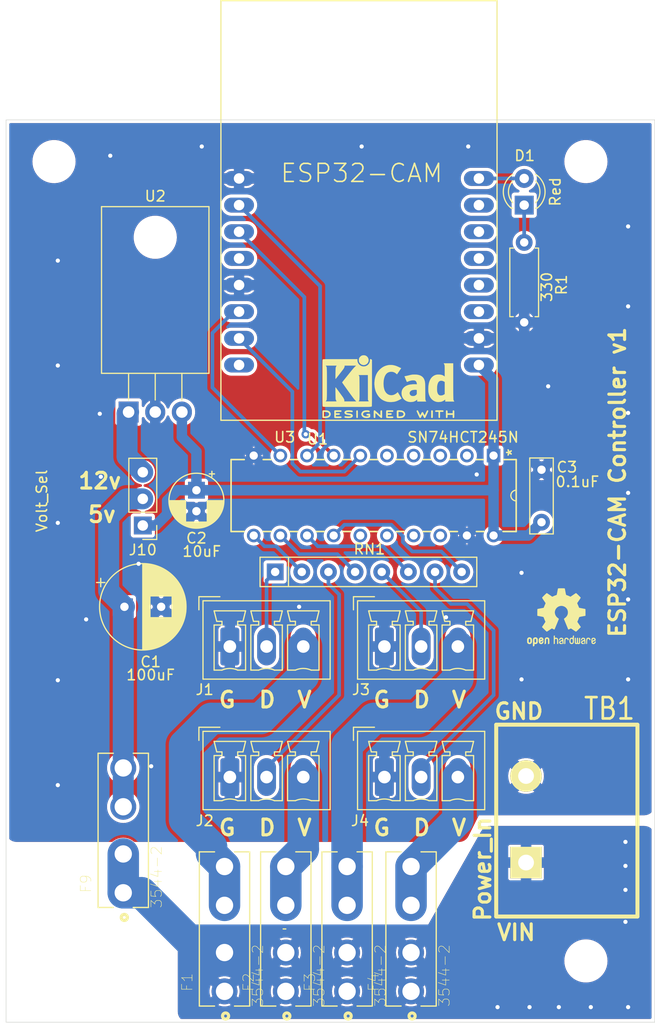
<source format=kicad_pcb>
(kicad_pcb (version 20211014) (generator pcbnew)
  (title_block (title "ESP32-CAM Controller") (date "2021-11-07") (rev "v1"))
  (layers (0 "F.Cu" signal) (31 "B.Cu" signal) (34 "B.Paste" user) (35 "F.Paste" user) (36 "B.SilkS" user "B.Silkscreen") (37 "F.SilkS" user "F.Silkscreen") (38 "B.Mask" user) (39 "F.Mask" user) (44 "Edge.Cuts" user))
  (net 0 "")
  (net 1 "GND")
  (net 2 "+VDC")
  (net 3 "+5V")
  (net 4 "Net-(J1-Pad2)")
  (net 5 "/VOUT1")
  (net 6 "Net-(J2-Pad2)")
  (net 7 "/VOUT2")
  (net 8 "Net-(J3-Pad2)")
  (net 9 "/VOUT3")
  (net 10 "Net-(J4-Pad2)")
  (net 11 "/VOUT4")
  (net 12 "Net-(D1-Pad2)")
  (net 13 "Net-(U3-Pad14)")
  (net 14 "Net-(U3-Pad13)")
  (net 15 "Net-(U3-Pad12)")
  (net 16 "/VIN")
  (net 17 "Net-(U3-Pad11)")
  (net 23 "Net-(U3-Pad8)")
  (net 24 "Net-(U3-Pad7)")
  (net 25 "Net-(D1-Pad1)")
  (net 26 "/12V")
  (net 28 "Net-(U3-Pad9)")
  (net 29 "Net-(U3-Pad6)")
  (net 33 "+3V3")
  (footprint "MountingHole:MountingHole_3.5mm" (layer "F.Cu") (at 170.588 127.508)
    (fp_text reference "H4")
    (fp_text value "MountingHole")
    (pad "" np_thru_hole circle locked (at 0 0) (size 3.5 3.5) (drill 3.5) (layers *.Cu *.Mask))
  )
  (footprint "MountingHole:MountingHole_3.5mm" (layer "F.Cu") (at 119.888 127.508)
    (fp_text reference "H2")
    (fp_text value "MountingHole")
    (pad "" np_thru_hole circle locked (at 0 0) (size 3.5 3.5) (drill 3.5) (layers *.Cu *.Mask))
  )
  (footprint "MountingHole:MountingHole_3.5mm" (layer "F.Cu") (at 119.888 51.308)
    (fp_text reference "H1")
    (fp_text value "MountingHole")
    (pad "" np_thru_hole circle locked (at 0 0) (size 3.5 3.5) (drill 3.5) (layers *.Cu *.Mask))
  )
  (footprint "MountingHole:MountingHole_3.5mm" (layer "F.Cu") (at 170.588 51.308)
    (fp_text reference "H3")
    (fp_text value "MountingHole")
    (pad "" np_thru_hole circle locked (at 0 0) (size 3.5 3.5) (drill 3.5) (layers *.Cu *.Mask))
  )
  (footprint "Capacitor_THT:C_Rect_L7.0mm_W2.0mm_P5.00mm" (layer "F.Cu") (at 166.355 85.684 90)
    (fp_text reference "C3" (at 5.248 2.422 180) (layer "F.SilkS"))
    (fp_text value "0.1uF" (at 3.848 3.422 180) (layer "F.SilkS"))
    (pad "1" thru_hole circle locked (at 0 0 90) (size 1.6 1.6) (drill 0.8) (layers *.Cu *.Mask) (net 3 "+5V"))
    (pad "2" thru_hole circle locked (at 5 0 90) (size 1.6 1.6) (drill 0.8) (layers *.Cu *.Mask) (net 1 "GND"))
  )
  (footprint "Connector_Phoenix_MC:PhoenixContact_MCV_1,5_3-G-3.5_1x03_P3.50mm_Vertical" (layer "F.Cu") (at 151.38 109.982)
    (fp_text reference "J4" (at -2.33 4.168) (layer "F.SilkS"))
    (fp_text value "Conn_01x03")
    (pad "1" thru_hole roundrect locked (at 0 0) (size 1.8 3.6) (drill 1.2) (layers *.Cu *.Mask) (roundrect_rratio 0.1388888889) (net 1 "GND"))
    (pad "2" thru_hole oval locked (at 3.5 0) (size 1.8 3.6) (drill 1.2) (layers *.Cu *.Mask) (net 10 "Net-(J4-Pad2)"))
    (pad "3" thru_hole oval locked (at 7 0) (size 1.8 3.6) (drill 1.2) (layers *.Cu *.Mask) (net 11 "/VOUT4"))
  )
  (footprint "Keystone_Fuse:FUSE_3544-2" (layer "F.Cu") (at 141.982 124.46 90)
    (fp_text reference "F2" (at -5.08 -3.556 90) (layer "F.SilkS") (effects (font (thickness 0.05))))
    (fp_text value "3544-2" (at -4.445 3.175 90) (layer "F.SilkS") (effects (font (thickness 0.05))))
    (pad "1_1" thru_hole circle locked (at -5.95 0 90) (size 2.475 2.475) (drill 1.65) (layers *.Cu *.Mask) (net 2 "+VDC"))
    (pad "1_2" thru_hole circle locked (at -2.25 0 90) (size 2.475 2.475) (drill 1.65) (layers *.Cu *.Mask) (net 2 "+VDC"))
    (pad "2_1" thru_hole circle locked (at 2.25 0 90) (size 2.475 2.475) (drill 1.65) (layers *.Cu *.Mask) (net 7 "/VOUT2"))
    (pad "2_2" thru_hole circle locked (at 5.95 0 90) (size 2.475 2.475) (drill 1.65) (layers *.Cu *.Mask) (net 7 "/VOUT2"))
  )
  (footprint "Keystone_Fuse:FUSE_3544-2" (layer "F.Cu") (at 136.14 124.46 90)
    (fp_text reference "F1" (at -5.08 -3.556 90) (layer "F.SilkS") (effects (font (thickness 0.05))))
    (fp_text value "3544-2" (at -4.445 3.175 90) (layer "F.SilkS") (effects (font (thickness 0.05))))
    (pad "1_1" thru_hole circle locked (at -5.95 0 90) (size 2.475 2.475) (drill 1.65) (layers *.Cu *.Mask) (net 2 "+VDC"))
    (pad "1_2" thru_hole circle locked (at -2.25 0 90) (size 2.475 2.475) (drill 1.65) (layers *.Cu *.Mask) (net 2 "+VDC"))
    (pad "2_1" thru_hole circle locked (at 2.25 0 90) (size 2.475 2.475) (drill 1.65) (layers *.Cu *.Mask) (net 5 "/VOUT1"))
    (pad "2_2" thru_hole circle locked (at 5.95 0 90) (size 2.475 2.475) (drill 1.65) (layers *.Cu *.Mask) (net 5 "/VOUT1"))
  )
  (footprint "Connector_Phoenix_MC:PhoenixContact_MCV_1,5_3-G-3.5_1x03_P3.50mm_Vertical" (layer "F.Cu") (at 136.648 109.982)
    (fp_text reference "J2" (at -2.398 4.168) (layer "F.SilkS"))
    (fp_text value "Conn_01x03")
    (pad "1" thru_hole roundrect locked (at 0 0) (size 1.8 3.6) (drill 1.2) (layers *.Cu *.Mask) (roundrect_rratio 0.1388888889) (net 1 "GND"))
    (pad "2" thru_hole oval locked (at 3.5 0) (size 1.8 3.6) (drill 1.2) (layers *.Cu *.Mask) (net 6 "Net-(J2-Pad2)"))
    (pad "3" thru_hole oval locked (at 7 0) (size 1.8 3.6) (drill 1.2) (layers *.Cu *.Mask) (net 7 "/VOUT2"))
  )
  (footprint "Keystone_Fuse:FUSE_3544-2" (layer "F.Cu") (at 126.488 115.062 90)
    (fp_text reference "F9" (at -5.08 -3.556 90) (layer "F.SilkS") (effects (font (thickness 0.05))))
    (fp_text value "3544-2" (at -4.445 3.175 90) (layer "F.SilkS") (effects (font (thickness 0.05))))
    (pad "1_1" thru_hole circle locked (at -5.95 0 90) (size 2.475 2.475) (drill 1.65) (layers *.Cu *.Mask) (net 2 "+VDC"))
    (pad "1_2" thru_hole circle locked (at -2.25 0 90) (size 2.475 2.475) (drill 1.65) (layers *.Cu *.Mask) (net 2 "+VDC"))
    (pad "2_1" thru_hole circle locked (at 2.25 0 90) (size 2.475 2.475) (drill 1.65) (layers *.Cu *.Mask) (net 16 "/VIN"))
    (pad "2_2" thru_hole circle locked (at 5.95 0 90) (size 2.475 2.475) (drill 1.65) (layers *.Cu *.Mask) (net 16 "/VIN"))
  )
  (footprint "Keystone_Fuse:FUSE_3544-2" (layer "F.Cu") (at 153.92 124.46 90)
    (fp_text reference "F4" (at -5.08 -3.556 90) (layer "F.SilkS") (effects (font (thickness 0.05))))
    (fp_text value "3544-2" (at -4.445 3.175 90) (layer "F.SilkS") (effects (font (thickness 0.05))))
    (pad "1_1" thru_hole circle locked (at -5.95 0 90) (size 2.475 2.475) (drill 1.65) (layers *.Cu *.Mask) (net 2 "+VDC"))
    (pad "1_2" thru_hole circle locked (at -2.25 0 90) (size 2.475 2.475) (drill 1.65) (layers *.Cu *.Mask) (net 2 "+VDC"))
    (pad "2_1" thru_hole circle locked (at 2.25 0 90) (size 2.475 2.475) (drill 1.65) (layers *.Cu *.Mask) (net 11 "/VOUT4"))
    (pad "2_2" thru_hole circle locked (at 5.95 0 90) (size 2.475 2.475) (drill 1.65) (layers *.Cu *.Mask) (net 11 "/VOUT4"))
  )
  (footprint "Capacitor_THT:CP_Radial_D8.0mm_P3.50mm" (layer "F.Cu") (at 126.6 93.75)
    (fp_text reference "C1" (at 2.5 5.25) (layer "F.SilkS"))
    (fp_text value "100uF" (at 2.5 6.5) (layer "F.SilkS"))
    (pad "1" thru_hole rect locked (at 0 0) (size 1.6 1.6) (drill 0.8) (layers *.Cu *.Mask) (net 16 "/VIN"))
    (pad "2" thru_hole circle locked (at 3.5 0) (size 1.6 1.6) (drill 0.8) (layers *.Cu *.Mask) (net 1 "GND"))
  )
  (footprint "Capacitor_THT:CP_Radial_D5.0mm_P2.00mm" (layer "F.Cu") (at 133.462 82.636 -90)
    (fp_text reference "C2" (at 4.572 0) (layer "F.SilkS"))
    (fp_text value "10uF" (at 5.842 -0.508) (layer "F.SilkS"))
    (pad "1" thru_hole rect locked (at 0 0 270) (size 1.6 1.6) (drill 0.8) (layers *.Cu *.Mask) (net 3 "+5V"))
    (pad "2" thru_hole circle locked (at 2 0 270) (size 1.6 1.6) (drill 0.8) (layers *.Cu *.Mask) (net 1 "GND"))
  )
  (footprint "Connector_Phoenix_MC:PhoenixContact_MCV_1,5_3-G-3.5_1x03_P3.50mm_Vertical" (layer "F.Cu") (at 151.38 97.536)
    (fp_text reference "J3" (at -2.23 4.114) (layer "F.SilkS"))
    (fp_text value "Conn_01x03")
    (pad "1" thru_hole roundrect locked (at 0 0) (size 1.8 3.6) (drill 1.2) (layers *.Cu *.Mask) (roundrect_rratio 0.1388888889) (net 1 "GND"))
    (pad "2" thru_hole oval locked (at 3.5 0) (size 1.8 3.6) (drill 1.2) (layers *.Cu *.Mask) (net 8 "Net-(J3-Pad2)"))
    (pad "3" thru_hole oval locked (at 7 0) (size 1.8 3.6) (drill 1.2) (layers *.Cu *.Mask) (net 9 "/VOUT3"))
  )
  (footprint "Keystone_Fuse:FUSE_3544-2" (layer "F.Cu") (at 147.824 124.46 90)
    (fp_text reference "F3" (at -5.08 -3.556 90) (layer "F.SilkS") (effects (font (thickness 0.05))))
    (fp_text value "3544-2" (at -4.445 3.175 90) (layer "F.SilkS") (effects (font (thickness 0.05))))
    (pad "1_1" thru_hole circle locked (at -5.95 0 90) (size 2.475 2.475) (drill 1.65) (layers *.Cu *.Mask) (net 2 "+VDC"))
    (pad "1_2" thru_hole circle locked (at -2.25 0 90) (size 2.475 2.475) (drill 1.65) (layers *.Cu *.Mask) (net 2 "+VDC"))
    (pad "2_1" thru_hole circle locked (at 2.25 0 90) (size 2.475 2.475) (drill 1.65) (layers *.Cu *.Mask) (net 9 "/VOUT3"))
    (pad "2_2" thru_hole circle locked (at 5.95 0 90) (size 2.475 2.475) (drill 1.65) (layers *.Cu *.Mask) (net 9 "/VOUT3"))
  )
  (footprint "SN74HCT245N:SN74HCT245N" (layer "F.Cu") (at 138.923 86.954 -90)
    (fp_text reference "U3" (at -9.368 -2.954) (layer "F.SilkS"))
    (fp_text value "SN74HCT245N" (at -9.368 -19.954 180) (layer "F.SilkS"))
    (fp_text user "*" (at -7.918 -24.654 90) (layer "F.SilkS"))
    (pad "1" thru_hole rect locked (at -7.62 -22.86 270) (size 1.2954 1.2954) (drill 0.7874) (layers *.Cu *.Mask) (net 3 "+5V"))
    (pad "2" thru_hole circle locked (at -7.62 -20.32 270) (size 1.2954 1.2954) (drill 0.7874) (layers *.Cu *.Mask))
    (pad "3" thru_hole circle locked (at -7.62 -17.78 270) (size 1.2954 1.2954) (drill 0.7874) (layers *.Cu *.Mask))
    (pad "4" thru_hole circle locked (at -7.62 -15.24 270) (size 1.2954 1.2954) (drill 0.7874) (layers *.Cu *.Mask))
    (pad "5" thru_hole circle locked (at -7.62 -12.7 270) (size 1.2954 1.2954) (drill 0.7874) (layers *.Cu *.Mask))
    (pad "6" thru_hole circle locked (at -7.62 -10.16 270) (size 1.2954 1.2954) (drill 0.7874) (layers *.Cu *.Mask) (net 29 "Net-(U3-Pad6)"))
    (pad "7" thru_hole circle locked (at -7.62 -7.62 270) (size 1.2954 1.2954) (drill 0.7874) (layers *.Cu *.Mask) (net 24 "Net-(U3-Pad7)"))
    (pad "8" thru_hole circle locked (at -7.62 -5.08 270) (size 1.2954 1.2954) (drill 0.7874) (layers *.Cu *.Mask) (net 23 "Net-(U3-Pad8)"))
    (pad "9" thru_hole circle locked (at -7.62 -2.54 270) (size 1.2954 1.2954) (drill 0.7874) (layers *.Cu *.Mask) (net 28 "Net-(U3-Pad9)"))
    (pad "10" thru_hole circle locked (at -7.62 0 270) (size 1.2954 1.2954) (drill 0.7874) (layers *.Cu *.Mask) (net 1 "GND"))
    (pad "11" thru_hole circle locked (at 0 0 270) (size 1.2954 1.2954) (drill 0.7874) (layers *.Cu *.Mask) (net 17 "Net-(U3-Pad11)"))
    (pad "12" thru_hole circle locked (at 0 -2.54 270) (size 1.2954 1.2954) (drill 0.7874) (layers *.Cu *.Mask) (net 15 "Net-(U3-Pad12)"))
    (pad "13" thru_hole circle locked (at 0 -5.08 270) (size 1.2954 1.2954) (drill 0.7874) (layers *.Cu *.Mask) (net 14 "Net-(U3-Pad13)"))
    (pad "14" thru_hole circle locked (at 0 -7.62 270) (size 1.2954 1.2954) (drill 0.7874) (layers *.Cu *.Mask) (net 13 "Net-(U3-Pad14)"))
    (pad "15" thru_hole circle locked (at 0 -10.16 270) (size 1.2954 1.2954) (drill 0.7874) (layers *.Cu *.Mask))
    (pad "16" thru_hole circle locked (at 0 -12.7 270) (size 1.2954 1.2954) (drill 0.7874) (layers *.Cu *.Mask))
    (pad "17" thru_hole circle locked (at 0 -15.24 270) (size 1.2954 1.2954) (drill 0.7874) (layers *.Cu *.Mask))
    (pad "18" thru_hole circle locked (at 0 -17.78 270) (size 1.2954 1.2954) (drill 0.7874) (layers *.Cu *.Mask))
    (pad "19" thru_hole circle locked (at 0 -20.32 270) (size 1.2954 1.2954) (drill 0.7874) (layers *.Cu *.Mask) (net 1 "GND"))
    (pad "20" thru_hole circle locked (at 0 -22.86 270) (size 1.2954 1.2954) (drill 0.7874) (layers *.Cu *.Mask) (net 3 "+5V"))
  )
  (footprint "Connector_Phoenix_MC:PhoenixContact_MCV_1,5_3-G-3.5_1x03_P3.50mm_Vertical" (layer "F.Cu") (at 136.648 97.536)
    (fp_text reference "J1" (at -2.398 4.114) (layer "F.SilkS"))
    (fp_text value "Conn_01x03")
    (pad "1" thru_hole roundrect locked (at 0 0) (size 1.8 3.6) (drill 1.2) (layers *.Cu *.Mask) (roundrect_rratio 0.1388888889) (net 1 "GND"))
    (pad "2" thru_hole oval locked (at 3.5 0) (size 1.8 3.6) (drill 1.2) (layers *.Cu *.Mask) (net 4 "Net-(J1-Pad2)"))
    (pad "3" thru_hole oval locked (at 7 0) (size 1.8 3.6) (drill 1.2) (layers *.Cu *.Mask) (net 5 "/VOUT1"))
  )
  (footprint "Resistor_THT:R_Array_SIP8" (layer "F.Cu") (at 140.966 90.424)
    (fp_text reference "RN1" (at 8.984 -2.174) (layer "F.SilkS"))
    (fp_text value "33")
    (pad "1" thru_hole rect locked (at 0 0) (size 1.6 1.6) (drill 0.8) (layers *.Cu *.Mask) (net 4 "Net-(J1-Pad2)"))
    (pad "2" thru_hole oval locked (at 2.54 0) (size 1.6 1.6) (drill 0.8) (layers *.Cu *.Mask) (net 17 "Net-(U3-Pad11)"))
    (pad "3" thru_hole oval locked (at 5.08 0) (size 1.6 1.6) (drill 0.8) (layers *.Cu *.Mask) (net 6 "Net-(J2-Pad2)"))
    (pad "4" thru_hole oval locked (at 7.62 0) (size 1.6 1.6) (drill 0.8) (layers *.Cu *.Mask) (net 15 "Net-(U3-Pad12)"))
    (pad "5" thru_hole oval locked (at 10.16 0) (size 1.6 1.6) (drill 0.8) (layers *.Cu *.Mask) (net 8 "Net-(J3-Pad2)"))
    (pad "6" thru_hole oval locked (at 12.7 0) (size 1.6 1.6) (drill 0.8) (layers *.Cu *.Mask) (net 14 "Net-(U3-Pad13)"))
    (pad "7" thru_hole oval locked (at 15.24 0) (size 1.6 1.6) (drill 0.8) (layers *.Cu *.Mask) (net 10 "Net-(J4-Pad2)"))
    (pad "8" thru_hole oval locked (at 17.78 0) (size 1.6 1.6) (drill 0.8) (layers *.Cu *.Mask) (net 13 "Net-(U3-Pad14)"))
  )
  (footprint "LED_THT:LED_D3.0mm" (layer "F.Cu") (at 164.704 55.458 90)
    (fp_text reference "D1" (at 4.708 0.046 180) (layer "F.SilkS"))
    (fp_text value "Red" (at 1.27 2.96 90) (layer "F.SilkS"))
    (pad "1" thru_hole rect locked (at 0 0 90) (size 1.8 1.8) (drill 0.9) (layers *.Cu *.Mask) (net 25 "Net-(D1-Pad1)"))
    (pad "2" thru_hole circle locked (at 2.54 0 90) (size 1.8 1.8) (drill 0.9) (layers *.Cu *.Mask) (net 12 "Net-(D1-Pad2)"))
  )
  (footprint "Resistor_THT:R_Axial_DIN0207_L6.3mm_D2.5mm_P7.62mm_Horizontal" (layer "F.Cu") (at 164.704 59.014 -90)
    (fp_text reference "R1" (at 4.046 -3.556 90) (layer "F.SilkS"))
    (fp_text value "330" (at 4.246 -2.156 90) (layer "F.SilkS"))
    (pad "1" thru_hole circle locked (at 0 0 270) (size 1.6 1.6) (drill 0.8) (layers *.Cu *.Mask) (net 25 "Net-(D1-Pad1)"))
    (pad "2" thru_hole oval locked (at 7.62 0 270) (size 1.6 1.6) (drill 0.8) (layers *.Cu *.Mask) (net 1 "GND"))
  )
  (footprint "Package_TO_SOT_THT:TO-220-3_Horizontal_TabDown" (layer "F.Cu") (at 126.996 75.184)
    (fp_text reference "U2" (at 2.54 -20.58) (layer "F.SilkS"))
    (fp_text value "LM7805_TO220")
    (pad "" np_thru_hole oval locked (at 2.54 -16.66) (size 3.5 3.5) (drill 3.5) (layers *.Cu *.Mask))
    (pad "1" thru_hole rect locked (at 0 0) (size 1.905 2) (drill 1.1) (layers *.Cu *.Mask) (net 26 "/12V"))
    (pad "2" thru_hole oval locked (at 2.54 0) (size 1.905 2) (drill 1.1) (layers *.Cu *.Mask) (net 1 "GND"))
    (pad "3" thru_hole oval locked (at 5.08 0) (size 1.905 2) (drill 1.1) (layers *.Cu *.Mask) (net 3 "+5V"))
  )
  (footprint "Connector_PinHeader_2.54mm:PinHeader_1x03_P2.54mm_Vertical" (layer "F.Cu") (at 128.35 86 180)
    (fp_text reference "J10" (at 0 -2.33) (layer "F.SilkS"))
    (fp_text value "Volt_Sel" (at 9.62 2.348 90) (layer "F.SilkS"))
    (pad "1" thru_hole rect locked (at 0 0 180) (size 1.7 1.7) (drill 1) (layers *.Cu *.Mask) (net 3 "+5V"))
    (pad "2" thru_hole oval locked (at 0 2.54 180) (size 1.7 1.7) (drill 1) (layers *.Cu *.Mask) (net 16 "/VIN"))
    (pad "3" thru_hole oval locked (at 0 5.08 180) (size 1.7 1.7) (drill 1) (layers *.Cu *.Mask) (net 26 "/12V"))
  )
  (footprint "Barrier_Blocks:BARRIER_BLOCK_1ROW_2POS_P8.26MM" (layer "F.Cu") (at 168.768 114.132 90)
    (fp_text reference "TB1" (at 10.668 4.064 180) (layer "F.SilkS") (effects (font (size 2.032 1.778) (thickness 0.254))))
    (fp_text value "Power_In" (at -4.618 -8.018 90) (layer "F.SilkS") (effects (font (size 1.5 1.5) (thickness 0.3))))
    (pad "1" thru_hole rect locked (at -3.99796 -3.8862 90) (size 3 3) (drill 1.5) (layers *.Cu *.Mask "F.SilkS") (net 2 "+VDC"))
    (pad "2" thru_hole circle locked (at 4.25196 -3.8862 90) (size 3 3) (drill 1.5) (layers *.Cu *.Mask "F.SilkS") (net 1 "GND"))
  )
  (footprint "Symbol:KiCad-Logo2_5mm_SilkScreen" (layer "F.Cu") (at 151.75 72.75)
    (fp_text reference "REF**" hide)
    (fp_text value "KiCad-Logo2_5mm_SilkScreen" hide)
  )
  (footprint "Symbol:OSHW-Logo2_7.3x6mm_SilkScreen" (layer "F.Cu") (at 168.25 94.75)
    (fp_text reference "REF**" hide)
    (fp_text value "OSHW-Logo2_7.3x6mm_SilkScreen" hide)
  )
  (footprint "ESP32-CAM:ESP32-CAM" (layer "F.Cu") (at 148.956 60.538 180)
    (fp_text reference "U1" (at 3.948 -17.231) (layer "F.SilkS"))
    (fp_text value "ESP32-CAM")
    (fp_text user "ESP32-CAM" (at -0.254 8.128) (layer "F.SilkS") (effects (font (size 1.72 1.72))))
    (pad "1" thru_hole oval (at -11.43 -10.16 180) (size 2.8448 1.4224) (drill 1) (layers *.Cu *.Mask) (net 3 "+5V"))
    (pad "2" thru_hole oval (at -11.43 -7.62 180) (size 2.8448 1.4224) (drill 1) (layers *.Cu *.Mask) (net 1 "GND"))
    (pad "3" thru_hole oval (at -11.43 -5.08 180) (size 2.8448 1.4224) (drill 1) (layers *.Cu *.Mask))
    (pad "4" thru_hole oval (at -11.43 -2.54 180) (size 2.8448 1.4224) (drill 1) (layers *.Cu *.Mask))
    (pad "5" thru_hole oval (at -11.43 0 180) (size 2.8448 1.4224) (drill 1) (layers *.Cu *.Mask))
    (pad "6" thru_hole oval (at -11.43 2.54 180) (size 2.8448 1.4224) (drill 1) (layers *.Cu *.Mask))
    (pad "7" thru_hole oval (at -11.43 5.08 180) (size 2.8448 1.4224) (drill 1) (layers *.Cu *.Mask))
    (pad "8" thru_hole oval (at -11.43 7.62 180) (size 2.8448 1.4224) (drill 1) (layers *.Cu *.Mask) (net 12 "Net-(D1-Pad2)"))
    (pad "9" thru_hole oval (at 11.43 7.62 180) (size 2.8448 1.4224) (drill 1) (layers *.Cu *.Mask) (net 1 "GND"))
    (pad "10" thru_hole oval (at 11.43 5.08 180) (size 2.8448 1.4224) (drill 1) (layers *.Cu *.Mask) (net 23 "Net-(U3-Pad8)"))
    (pad "11" thru_hole oval (at 11.43 2.54 180) (size 2.8448 1.4224) (drill 1) (layers *.Cu *.Mask) (net 24 "Net-(U3-Pad7)"))
    (pad "12" thru_hole oval (at 11.43 0 180) (size 2.8448 1.4224) (drill 1) (layers *.Cu *.Mask))
    (pad "13" thru_hole oval (at 11.43 -2.54 180) (size 2.8448 1.4224) (drill 1) (layers *.Cu *.Mask) (net 1 "GND"))
    (pad "14" thru_hole oval (at 11.43 -5.08 180) (size 2.8448 1.4224) (drill 1) (layers *.Cu *.Mask) (net 28 "Net-(U3-Pad9)"))
    (pad "15" thru_hole oval (at 11.43 -7.62 180) (size 2.8448 1.4224) (drill 1) (layers *.Cu *.Mask) (net 29 "Net-(U3-Pad6)"))
    (pad "16" thru_hole oval (at 11.43 -10.16 180) (size 2.8448 1.4224) (drill 1) (layers *.Cu *.Mask) (net 33 "+3V3"))
  )
  (gr_line (start 141.728 124.46) (end 141.982 124.46) (layer "F.SilkS") (width 0.12))
  (gr_line (start 177.15 47.33) (end 177.15 133.35) (layer "Edge.Cuts") (width 0.05))
  (gr_line (start 115.316 133.35) (end 115.316 47.33) (layer "Edge.Cuts") (width 0.05))
  (gr_line (start 115.316 47.33) (end 177.15 47.33) (layer "Edge.Cuts") (width 0.05))
  (gr_line (start 177.15 133.35) (end 115.316 133.35) (layer "Edge.Cuts") (width 0.05))
  (gr_text "${TITLE} ${REVISION}" (at 173.594 81.874 90) (layer "F.SilkS") (effects (font (size 1.5 1.5) (thickness 0.3))))
  (gr_text "D" (at 154.936 114.808) (layer "F.SilkS") (effects (font (size 1.5 1.5) (thickness 0.3))))
  (gr_text "V" (at 158.492 102.616) (layer "F.SilkS") (effects (font (size 1.5 1.5) (thickness 0.3))))
  (gr_text "G" (at 151.126 102.616) (layer "F.SilkS") (effects (font (size 1.5 1.5) (thickness 0.3))))
  (gr_text "V" (at 158.492 114.808) (layer "F.SilkS") (effects (font (size 1.5 1.5) (thickness 0.3))))
  (gr_text "V" (at 143.76 102.616) (layer "F.SilkS") (effects (font (size 1.5 1.5) (thickness 0.3))))
  (gr_text "5v" (at 124.45 84.95) (layer "F.SilkS") (effects (font (size 1.5 1.5) (thickness 0.3))))
  (gr_text "G" (at 151.126 114.808) (layer "F.SilkS") (effects (font (size 1.5 1.5) (thickness 0.3))))
  (gr_text "D" (at 154.936 102.616) (layer "F.SilkS") (effects (font (size 1.5 1.5) (thickness 0.3))))
  (gr_text "12v" (at 124.25 81.75) (layer "F.SilkS") (effects (font (size 1.5 1.5) (thickness 0.3))))
  (gr_text "G" (at 136.394 102.616) (layer "F.SilkS") (effects (font (size 1.5 1.5) (thickness 0.3))))
  (gr_text "D" (at 140.204 102.616) (layer "F.SilkS") (effects (font (size 1.5 1.5) (thickness 0.3))))
  (gr_text "G" (at 136.394 114.808) (layer "F.SilkS") (effects (font (size 1.5 1.5) (thickness 0.3))))
  (gr_text "V" (at 143.76 114.808) (layer "F.SilkS") (effects (font (size 1.5 1.5) (thickness 0.3))))
  (gr_text "D" (at 140.204 114.808) (layer "F.SilkS") (effects (font (size 1.5 1.5) (thickness 0.3))))
  (gr_text "VIN" (at 163.942 124.8) (layer "F.SilkS") (effects (font (size 1.5 1.5) (thickness 0.3))))
  (gr_text "GND" (at 164.196 103.718) (layer "F.SilkS") (effects (font (size 1.5 1.5) (thickness 0.3))))
  (via (at 149.21 49.87) (size 0.8) (drill 0.4) (layers "F.Cu" "B.Cu") (net 1))
  (via (at 174.61 57.49) (size 0.8) (drill 0.4) (layers "F.Cu" "B.Cu") (net 1))
  (via (at 157.25 94.75) (size 0.8) (drill 0.4) (layers "F.Cu" "B.Cu") (net 1))
  (via (at 120.25 110.75) (size 0.8) (drill 0.4) (layers "F.Cu" "B.Cu") (net 1))
  (via (at 143.25 93.75) (size 0.8) (drill 0.4) (layers "F.Cu" "B.Cu") (net 1))
  (via (at 174.61 75.27) (size 0.8) (drill 0.4) (layers "F.Cu" "B.Cu") (net 1))
  (via (at 120.25 60.75) (size 0.8) (drill 0.4) (layers "F.Cu" "B.Cu") (net 1))
  (via (at 122.95 94.95) (size 0.8) (drill 0.4) (layers "F.Cu" "B.Cu") (net 1))
  (via (at 129.15 108.95) (size 0.8) (drill 0.4) (layers "F.Cu" "B.Cu") (net 1))
  (via (at 120.25 70.75) (size 0.8) (drill 0.4) (layers "F.Cu" "B.Cu") (net 1))
  (via (at 125.25 50.75) (size 0.8) (drill 0.4) (layers "F.Cu" "B.Cu") (net 1))
  (via (at 164.45 100.67) (size 0.8) (drill 0.4) (layers "F.Cu" "B.Cu") (net 1))
  (via (at 127.95 89.65) (size 0.8) (drill 0.4) (layers "F.Cu" "B.Cu") (net 1))
  (via (at 159.37 49.87) (size 0.8) (drill 0.4) (layers "F.Cu" "B.Cu") (net 1))
  (via (at 174.61 65.11) (size 0.8) (drill 0.4) (layers "F.Cu" "B.Cu") (net 1))
  (via (at 120.25 85.75) (size 0.8) (drill 0.4) (layers "F.Cu" "B.Cu") (net 1))
  (via (at 164.45 90.51) (size 0.8) (drill 0.4) (layers "F.Cu" "B.Cu") (net 1))
  (via (at 174.61 93.05) (size 0.8) (drill 0.4) (layers "F.Cu" "B.Cu") (net 1))
  (via (at 174.61 82.89) (size 0.8) (drill 0.4) (layers "F.Cu" "B.Cu") (net 1))
  (via (at 124.35 81.35) (size 0.8) (drill 0.4) (layers "F.Cu" "B.Cu") (net 1))
  (via (at 120.25 100.75) (size 0.8) (drill 0.4) (layers "F.Cu" "B.Cu") (net 1))
  (via (at 124.25 75.35) (size 0.8) (drill 0.4) (layers "F.Cu" "B.Cu") (net 1))
  (via (at 174.61 100.67) (size 0.8) (drill 0.4) (layers "F.Cu" "B.Cu") (net 1))
  (via (at 166.99 72.73) (size 0.8) (drill 0.4) (layers "F.Cu" "B.Cu") (net 1))
  (via (at 160.177 81.136) (size 0.8) (drill 0.4) (layers "F.Cu" "B.Cu") (net 1))
  (via (at 133.97 49.87) (size 0.8) (drill 0.4) (layers "F.Cu" "B.Cu") (net 1))
  (via (at 174.356 116.164) (size 0.8) (drill 0.4) (layers "F.Cu" "B.Cu") (net 2))
  (via (at 174.356 123.784) (size 0.8) (drill 0.4) (layers "F.Cu" "B.Cu") (net 2))
  (via (at 174.356 118.45) (size 0.8) (drill 0.4) (layers "F.Cu" "B.Cu") (net 2))
  (via (at 171.054 131.912) (size 0.8) (drill 0.4) (layers "F.Cu" "B.Cu") (net 2))
  (via (at 174.356 120.736) (size 0.8) (drill 0.4) (layers "F.Cu" "B.Cu") (net 2))
  (via (at 165.212 131.912) (size 0.8) (drill 0.4) (layers "F.Cu" "B.Cu") (net 2))
  (via (at 168.006 131.912) (size 0.8) (drill 0.4) (layers "F.Cu" "B.Cu") (net 2))
  (via (at 162.164 131.912) (size 0.8) (drill 0.4) (layers "F.Cu" "B.Cu") (net 2))
  (via (at 174.61 131.912) (size 0.8) (drill 0.4) (layers "F.Cu" "B.Cu") (net 2))
  (segment (start 126.488 117.312) (end 126.488 121.012) (width 3) (layer "B.Cu") (net 2))
  (segment (start 128.238089 121.012) (end 133.936089 126.71) (width 3) (layer "B.Cu") (net 2))
  (segment (start 126.488 121.012) (end 128.238089 121.012) (width 3) (layer "B.Cu") (net 2))
  (segment (start 133.936089 126.71) (end 136.14 126.71) (width 3) (layer "B.Cu") (net 2))
  (segment (start 165.085 86.954) (end 161.783 86.954) (width 1) (layer "B.Cu") (net 3))
  (segment (start 161.783 82.636) (end 161.783 79.334) (width 1) (layer "B.Cu") (net 3))
  (segment (start 161.783 82.636) (end 161.783 86.954) (width 1) (layer "B.Cu") (net 3))
  (segment (start 131.662 82.636) (end 130.668 83.63) (width 1) (layer "B.Cu") (net 3))
  (segment (start 132.076 77.576) (end 132.076 75.184) (width 1) (layer "B.Cu") (net 3))
  (segment (start 129.59 86) (end 128.35 86) (width 1) (layer "B.Cu") (net 3))
  (segment (start 130.668 83.63) (end 130.668 84.922) (width 1) (layer "B.Cu") (net 3))
  (segment (start 130.668 84.922) (end 129.59 86) (width 1) (layer "B.Cu") (net 3))
  (segment (start 161.783 79.334) (end 161.783 72.095) (width 1) (layer "B.Cu") (net 3))
  (segment (start 161.783 72.095) (end 160.386 70.698) (width 1) (layer "B.Cu") (net 3))
  (segment (start 132.076 77.576) (end 133.462 78.962) (width 1) (layer "B.Cu") (net 3))
  (segment (start 166.355 85.684) (end 165.085 86.954) (width 1) (layer "B.Cu") (net 3))
  (segment (start 133.462 78.962) (end 133.462 82.636) (width 1) (layer "B.Cu") (net 3))
  (segment (start 133.462 82.636) (end 131.662 82.636) (width 1) (layer "B.Cu") (net 3))
  (segment (start 161.783 82.636) (end 133.462 82.636) (width 1) (layer "B.Cu") (net 3))
  (segment (start 140.148 91.242) (end 140.966 90.424) (width 0.35) (layer "B.Cu") (net 4))
  (segment (start 140.148 97.536) (end 140.148 91.242) (width 0.35) (layer "B.Cu") (net 4))
  (segment (start 136.14 118.51) (end 136.14 122.21) (width 3) (layer "B.Cu") (net 5))
  (segment (start 132.33 114.046) (end 132.33 106.934) (width 3) (layer "B.Cu") (net 5))
  (segment (start 134.902501 117.272501) (end 134.902501 116.618501) (width 3) (layer "B.Cu") (net 5))
  (segment (start 143.648 100.352) (end 143.648 97.536) (width 3) (layer "B.Cu") (net 5))
  (segment (start 134.902501 116.618501) (end 132.33 114.046) (width 3) (layer "B.Cu") (net 5))
  (segment (start 134.87 104.394) (end 139.606 104.394) (width 3) (layer "B.Cu") (net 5))
  (segment (start 136.14 118.51) (end 134.902501 117.272501) (width 3) (layer "B.Cu") (net 5))
  (segment (start 139.606 104.394) (end 143.648 100.352) (width 3) (layer "B.Cu") (net 5))
  (segment (start 132.33 106.934) (end 134.87 104.394) (width 3) (layer "B.Cu") (net 5))
  (segment (start 146.046 90.424) (end 146.046 91.55537) (width 0.35) (layer "B.Cu") (net 6))
  (segment (start 146.046 91.55537) (end 147.062 92.57137) (width 0.35) (layer "B.Cu") (net 6))
  (segment (start 147.062 92.57137) (end 147.062 102.168) (width 0.35) (layer "B.Cu") (net 6))
  (segment (start 147.062 102.168) (end 140.148 109.082) (width 0.35) (layer "B.Cu") (net 6))
  (segment (start 140.148 109.082) (end 140.148 109.982) (width 0.35) (layer "B.Cu") (net 6))
  (segment (start 141.982 118.51) (end 143.648 116.844) (width 3) (layer "B.Cu") (net 7))
  (segment (start 141.982 122.21) (end 141.982 118.51) (width 3) (layer "B.Cu") (net 7))
  (segment (start 143.648 116.844) (end 143.648 109.982) (width 3) (layer "B.Cu") (net 7))
  (segment (start 151.126 90.424) (end 154.88 94.178) (width 0.35) (layer "B.Cu") (net 8))
  (segment (start 154.88 94.178) (end 154.88 97.536) (width 0.35) (layer "B.Cu") (net 8))
  (segment (start 147.824 118.51) (end 147.824 122.21) (width 3) (layer "B.Cu") (net 9))
  (segment (start 147.824 118.51) (end 147.824 106.934) (width 3) (layer "B.Cu") (net 9))
  (segment (start 154.606 104.394) (end 158.38 100.62) (width 3) (layer "B.Cu") (net 9))
  (segment (start 158.38 100.62) (end 158.38 97.536) (width 3) (layer "B.Cu") (net 9))
  (segment (start 150.364 104.394) (end 154.606 104.394) (width 3) (layer "B.Cu") (net 9))
  (segment (start 147.824 106.934) (end 150.364 104.394) (width 3) (layer "B.Cu") (net 9))
  (segment (start 161.794 102.168) (end 161.794 96.012) (width 0.35) (layer "B.Cu") (net 10))
  (segment (start 156.206 91.948) (end 156.206 90.424) (width 0.35) (layer "B.Cu") (net 10))
  (segment (start 159.254 93.472) (end 157.73 93.472) (width 0.35) (layer "B.Cu") (net 10))
  (segment (start 154.88 109.982) (end 154.88 109.082) (width 0.35) (layer "B.Cu") (net 10))
  (segment (start 157.73 93.472) (end 156.206 91.948) (width 0.35) (layer "B.Cu") (net 10))
  (segment (start 154.88 109.082) (end 161.794 102.168) (width 0.35) (layer "B.Cu") (net 10))
  (segment (start 161.794 96.012) (end 159.254 93.472) (width 0.35) (layer "B.Cu") (net 10))
  (segment (start 153.92 118.51) (end 153.92 122.21) (width 3) (layer "B.Cu") (net 11))
  (segment (start 153.92 118.51) (end 158.38 114.05) (width 3) (layer "B.Cu") (net 11))
  (segment (start 158.38 114.05) (end 158.38 109.982) (width 3) (layer "B.Cu") (net 11))
  (segment (start 164.704 52.918) (end 160.386 52.918) (width 0.35) (layer "B.Cu") (net 12))
  (segment (start 147.565211 85.931789) (end 152.046415 85.931789) (width 0.35) (layer "B.Cu") (net 13))
  (segment (start 156.8 88.478) (end 158.746 90.424) (width 0.35) (layer "B.Cu") (net 13))
  (segment (start 152.046415 85.931789) (end 153.140789 87.026163) (width 0.35) (layer "B.Cu") (net 13))
  (segment (start 146.543 86.954) (end 147.565211 85.931789) (width 0.35) (layer "B.Cu") (net 13))
  (segment (start 153.140789 87.582789) (end 154.036 88.478) (width 0.35) (layer "B.Cu") (net 13))
  (segment (start 153.140789 87.026163) (end 153.140789 87.582789) (width 0.35) (layer "B.Cu") (net 13))
  (segment (start 154.036 88.478) (end 156.8 88.478) (width 0.35) (layer "B.Cu") (net 13))
  (segment (start 153.544 90.651949) (end 153.29 90.905949) (width 0.35) (layer "B.Cu") (net 14))
  (segment (start 144.003 86.954) (end 145.025211 87.976211) (width 0.35) (layer "B.Cu") (net 14))
  (segment (start 151.218211 87.976211) (end 153.666 90.424) (width 0.35) (layer "B.Cu") (net 14))
  (segment (start 145.025211 87.976211) (end 151.218211 87.976211) (width 0.35) (layer "B.Cu") (net 14))
  (segment (start 143.241 88.732) (end 146.894 88.732) (width 0.35) (layer "B.Cu") (net 15))
  (segment (start 146.894 88.732) (end 148.586 90.424) (width 0.35) (layer "B.Cu") (net 15))
  (segment (start 141.463 86.954) (end 143.241 88.732) (width 0.35) (layer "B.Cu") (net 15))
  (segment (start 125.1 85.17) (end 125.1 92.25) (width 2) (layer "B.Cu") (net 16))
  (segment (start 125.1 92.25) (end 126.6 93.75) (width 2) (layer "B.Cu") (net 16))
  (segment (start 126.488 109.112) (end 126.488 93.862) (width 2) (layer "B.Cu") (net 16))
  (segment (start 126.488 112.812) (end 126.488 109.112) (width 2) (layer "B.Cu") (net 16))
  (segment (start 126.488 93.862) (end 126.6 93.75) (width 2) (layer "B.Cu") (net 16))
  (segment (start 128.35 83.46) (end 126.81 83.46) (width 2) (layer "B.Cu") (net 16))
  (segment (start 126.81 83.46) (end 125.1 85.17) (width 2) (layer "B.Cu") (net 16))
  (segment (start 138.923 86.954) (end 139.945211 87.976211) (width 0.35) (layer "B.Cu") (net 17))
  (segment (start 139.945211 87.976211) (end 141.058211 87.976211) (width 0.35) (layer "B.Cu") (net 17))
  (segment (start 141.058211 87.976211) (end 143.506 90.424) (width 0.35) (layer "B.Cu") (net 17))
  (segment (start 137.526 55.458) (end 145.25 63.182) (width 0.35) (layer "B.Cu") (net 23))
  (segment (start 145.25 63.182) (end 145.25 78.087) (width 0.35) (layer "B.Cu") (net 23))
  (segment (start 145.25 78.087) (end 144.003 79.334) (width 0.35) (layer "B.Cu") (net 23))
  (segment (start 144.511 77.302) (end 146.543 79.334) (width 0.35) (layer "F.Cu") (net 24))
  (segment (start 143.876 77.302) (end 144.511 77.302) (width 0.35) (layer "F.Cu") (net 24))
  (via (at 143.876 77.302) (size 0.8) (drill 0.4) (layers "F.Cu" "B.Cu") (net 24))
  (segment (start 143.876 77.302) (end 143.75 77.176) (width 0.35) (layer "B.Cu") (net 24))
  (segment (start 143.75 64.222) (end 137.526 57.998) (width 0.35) (layer "B.Cu") (net 24))
  (segment (start 143.75 77.176) (end 143.75 64.222) (width 0.35) (layer "B.Cu") (net 24))
  (segment (start 164.704 59.014) (end 164.704 55.458) (width 0.35) (layer "B.Cu") (net 25))
  (segment (start 126.85 75.33) (end 126.996 75.184) (width 2) (layer "B.Cu") (net 26))
  (segment (start 126.85 79.42) (end 126.85 75.33) (width 2) (layer "B.Cu") (net 26))
  (segment (start 128.35 80.92) (end 126.85 79.42) (width 2) (layer "B.Cu") (net 26))
  (segment (start 137.018 65.618) (end 134.986 67.65) (width 0.35) (layer "B.Cu") (net 28))
  (segment (start 137.526 65.618) (end 137.018 65.618) (width 0.35) (layer "B.Cu") (net 28))
  (segment (start 134.986 67.65) (end 134.986 72.857) (width 0.35) (layer "B.Cu") (net 28))
  (segment (start 134.986 72.857) (end 141.463 79.334) (width 0.35) (layer "B.Cu") (net 28))
  (segment (start 143.368 80.858) (end 147.559 80.858) (width 0.35) (layer "B.Cu") (net 29))
  (segment (start 137.526 68.158) (end 142.606 73.238) (width 0.35) (layer "B.Cu") (net 29))
  (segment (start 142.606 80.096) (end 143.368 80.858) (width 0.35) (layer "B.Cu") (net 29))
  (segment (start 147.559 80.858) (end 149.083 79.334) (width 0.35) (layer "B.Cu") (net 29))
  (segment (start 142.606 73.238) (end 142.606 80.096) (width 0.35) (layer "B.Cu") (net 29))
  (zone (net 1) (net_name "GND") (layer "F.Cu") (connect_pads (clearance 0.308)) (min_thickness 0.254) (fill yes (thermal_gap 0.2) (thermal_bridge_width 1) (smoothing fillet) (radius 1))
    (polygon (pts (xy 160.386 113.624) (xy 177.15 113.624) (xy 177.15 41.742) (xy 115.25 41.75) (xy 115.25 116.164) (xy 159.116 116.17)))
  )
  (zone (net 2) (net_name "+VDC") (layer "F.Cu") (connect_pads (clearance 0.308)) (min_thickness 0.254) (fill yes (thermal_gap 0.2) (thermal_bridge_width 1) (smoothing fillet) (radius 1))
    (polygon (pts (xy 155.56 124.038) (xy 160.894 114.64) (xy 177.15 114.64) (xy 177.15 133.436) (xy 131.684 133.436) (xy 131.684 124.038)))
  )
  (zone (net 1) (net_name "GND") (layer "B.Cu") (connect_pads (clearance 0.308)) (min_thickness 0.254) (fill yes (thermal_gap 0.2) (thermal_bridge_width 1) (smoothing fillet) (radius 1))
    (polygon (pts (xy 160.386 113.624) (xy 177.15 113.624) (xy 177.15 41.742) (xy 115.25 41.75) (xy 115.25 116.164) (xy 159.116 116.164)))
  )
  (zone (net 2) (net_name "+VDC") (layer "B.Cu") (connect_pads (clearance 0.308)) (min_thickness 0.254) (fill yes (thermal_gap 0.2) (thermal_bridge_width 1) (smoothing fillet) (radius 1))
    (polygon (pts (xy 177.15 133.436) (xy 177.15 114.64) (xy 160.894 114.64) (xy 155.56 124.038) (xy 131.684 124.038) (xy 131.684 133.436)))
  )
)
</source>
